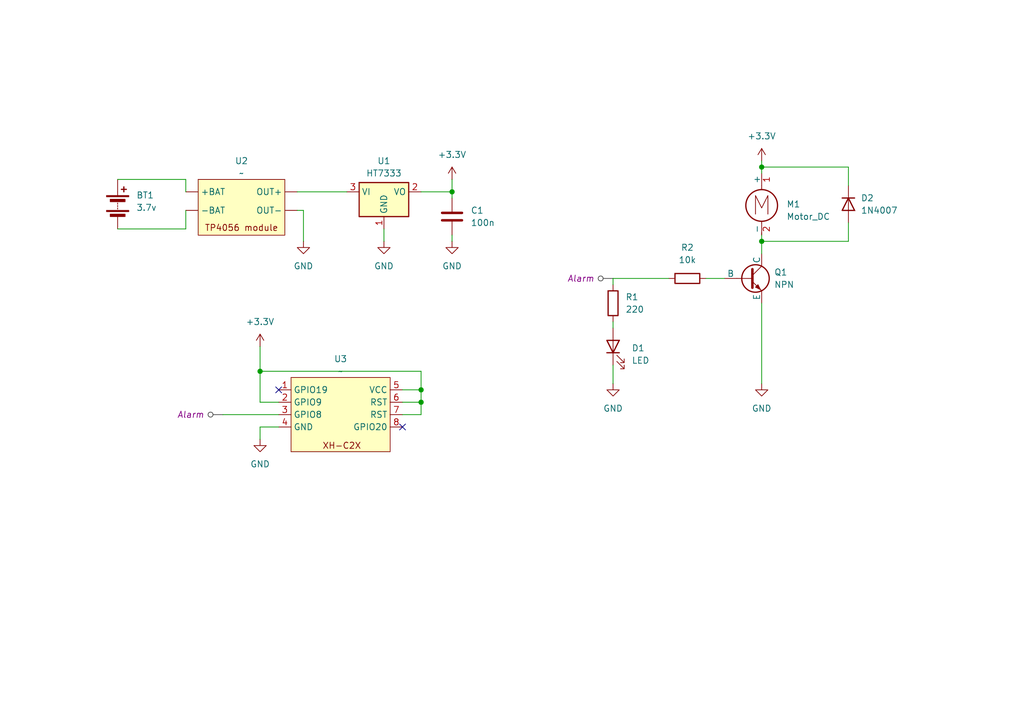
<source format=kicad_sch>
(kicad_sch (version 20231120) (generator "eeschema") (generator_version "8.0")
  (paper "A5")
  (title_block (title "GC Alarm") (date "2024-08-12") (rev "1") (company "gzalo"))
  (lib_symbols
    (symbol "Device:Battery" (pin_numbers hide) (pin_names (offset 0) hide)
      (property "Reference" "BT" (at 2.54 2.54 0))
      (property "Value" "Battery" (at 2.54 0 0))
      (symbol "Battery_0_1"
        (rectangle (start -2.286 -1.27) (end 2.286 -1.524) (fill (type outline)))
        (rectangle (start -2.286 1.778) (end 2.286 1.524) (fill (type outline)))
        (rectangle (start -1.524 -2.032) (end 1.524 -2.54) (fill (type outline)))
        (rectangle (start -1.524 1.016) (end 1.524 0.508) (fill (type outline)))
        (polyline (pts (xy 0 -1.016) (xy 0 -0.762)))
        (polyline (pts (xy 0 -0.508) (xy 0 -0.254)))
        (polyline (pts (xy 0 0) (xy 0 0.254)))
        (polyline (pts (xy 0 1.778) (xy 0 2.54)))
        (polyline (pts (xy 0.762 3.048) (xy 1.778 3.048)) (stroke (width 0.254)))
        (polyline (pts (xy 1.27 3.556) (xy 1.27 2.54)) (stroke (width 0.254)))
      )
      (symbol "Battery_1_1"
        (pin passive line (at 0 5.08 270) (length 2.54) (name "+") (number "1"))
        (pin passive line (at 0 -5.08 90) (length 2.54) (name "-") (number "2"))
      )
    )
    (symbol "Device:C" (pin_numbers hide) (pin_names (offset 0.254))
      (property "Reference" "C" (at 0.635 2.54 0))
      (property "Value" "C" (at 0.635 -2.54 0))
      (symbol "C_0_1"
        (polyline (pts (xy -2.032 -0.762) (xy 2.032 -0.762)) (stroke (width 0.508)))
        (polyline (pts (xy -2.032 0.762) (xy 2.032 0.762)) (stroke (width 0.508)))
      )
      (symbol "C_1_1"
        (pin passive line (at 0 3.81 270) (length 2.794) (name "~") (number "1"))
        (pin passive line (at 0 -3.81 90) (length 2.794) (name "~") (number "2"))
      )
    )
    (symbol "Device:LED" (pin_numbers hide) (pin_names (offset 1.016) hide)
      (property "Reference" "D" (at 0 2.54 0))
      (property "Value" "LED" (at 0 -2.54 0))
      (symbol "LED_0_1"
        (polyline (pts (xy -1.27 -1.27) (xy -1.27 1.27)) (stroke (width 0.254)))
        (polyline (pts (xy -1.27 0) (xy 1.27 0)))
        (polyline (pts (xy 1.27 -1.27) (xy 1.27 1.27) (xy -1.27 0) (xy 1.27 -1.27)) (stroke (width 0.254)))
        (polyline (pts (xy -3.048 -0.762) (xy -4.572 -2.286) (xy -3.81 -2.286) (xy -4.572 -2.286) (xy -4.572 -1.524)))
        (polyline (pts (xy -1.778 -0.762) (xy -3.302 -2.286) (xy -2.54 -2.286) (xy -3.302 -2.286) (xy -3.302 -1.524)))
      )
      (symbol "LED_1_1"
        (pin passive line (at -3.81 0 0) (length 2.54) (name "K") (number "1"))
        (pin passive line (at 3.81 0 180) (length 2.54) (name "A") (number "2"))
      )
    )
    (symbol "Device:R" (pin_numbers hide) (pin_names (offset 0))
      (property "Reference" "R" (at 2.032 0 90))
      (property "Value" "R" (at 0 0 90))
      (symbol "R_0_1"
        (rectangle (start -1.016 -2.54) (end 1.016 2.54) (stroke (width 0.254)))
      )
      (symbol "R_1_1"
        (pin passive line (at 0 3.81 270) (length 1.27) (name "~") (number "1"))
        (pin passive line (at 0 -3.81 90) (length 1.27) (name "~") (number "2"))
      )
    )
    (symbol "Diode:1N4007" (pin_numbers hide) (pin_names hide)
      (property "Reference" "D" (at 0 2.54 0))
      (property "Value" "1N4007" (at 0 -2.54 0))
      (symbol "1N4007_0_1"
        (polyline (pts (xy -1.27 1.27) (xy -1.27 -1.27)) (stroke (width 0.254)))
        (polyline (pts (xy 1.27 0) (xy -1.27 0)))
        (polyline (pts (xy 1.27 1.27) (xy 1.27 -1.27) (xy -1.27 0) (xy 1.27 1.27)) (stroke (width 0.254)))
      )
      (symbol "1N4007_1_1"
        (pin passive line (at -3.81 0 0) (length 2.54) (name "K") (number "1"))
        (pin passive line (at 3.81 0 180) (length 2.54) (name "A") (number "2"))
      )
    )
    (symbol "Motor:Motor_DC" (pin_names (offset 0))
      (property "Reference" "M" (at 2.54 2.54 0))
      (property "Value" "Motor_DC" (at 2.54 -5.08 0))
      (symbol "Motor_DC_0_0"
        (polyline (pts (xy -1.27 -3.302) (xy -1.27 0.508) (xy 0 -2.032) (xy 1.27 0.508) (xy 1.27 -3.302)))
      )
      (symbol "Motor_DC_0_1"
        (circle (center 0 -1.524) (radius 3.2512) (stroke (width 0.254)))
        (polyline (pts (xy 0 -7.62) (xy 0 -7.112)))
        (polyline (pts (xy 0 -4.7752) (xy 0 -5.1816)))
        (polyline (pts (xy 0 1.7272) (xy 0 2.0828)))
        (polyline (pts (xy 0 2.032) (xy 0 2.54)))
      )
      (symbol "Motor_DC_1_1"
        (pin passive line (at 0 5.08 270) (length 2.54) (name "+") (number "1"))
        (pin passive line (at 0 -7.62 90) (length 2.54) (name "-") (number "2"))
      )
    )
    (symbol "Regulator_Linear:LD1117S33TR_SOT223"
      (property "Reference" "U" (at -3.81 3.175 0))
      (property "Value" "LD1117S33TR_SOT223" (at 0 3.175 0))
      (symbol "LD1117S33TR_SOT223_0_1"
        (rectangle (start -5.08 -5.08) (end 5.08 1.905) (stroke (width 0.254)) (fill (type background)))
      )
      (symbol "LD1117S33TR_SOT223_1_1"
        (pin power_in line (at 0 -7.62 90) (length 2.54) (name "GND") (number "1"))
        (pin power_out line (at 7.62 0 180) (length 2.54) (name "VO") (number "2"))
        (pin power_in line (at -7.62 0 0) (length 2.54) (name "VI") (number "3"))
      )
    )
    (symbol "Simulation_SPICE:NPN" (pin_numbers hide) (pin_names (offset 0))
      (property "Reference" "Q" (at -2.54 7.62 0))
      (property "Value" "NPN" (at -2.54 5.08 0))
      (symbol "NPN_0_1"
        (polyline (pts (xy -2.54 0) (xy 0.635 0)) (stroke (width 0.1524)))
        (polyline (pts (xy 0.635 0.635) (xy 2.54 2.54)))
        (polyline (pts (xy 2.794 -1.27) (xy 2.794 -1.27)) (stroke (width 0.1524)))
        (polyline (pts (xy 2.794 -1.27) (xy 2.794 -1.27)) (stroke (width 0.1524)))
        (polyline (pts (xy 0.635 -0.635) (xy 2.54 -2.54) (xy 2.54 -2.54)))
        (polyline (pts (xy 0.635 1.905) (xy 0.635 -1.905) (xy 0.635 -1.905)) (stroke (width 0.508)))
        (polyline (pts (xy 1.27 -1.778) (xy 1.778 -1.27) (xy 2.286 -2.286) (xy 1.27 -1.778) (xy 1.27 -1.778)) (fill (type outline)))
        (circle (center 1.27 0) (radius 2.8194) (stroke (width 0.254)))
      )
      (symbol "NPN_1_1"
        (pin open_collector line (at 2.54 5.08 270) (length 2.54) (name "C") (number "1"))
        (pin input line (at -5.08 0 0) (length 2.54) (name "B") (number "2"))
        (pin open_emitter line (at 2.54 -5.08 90) (length 2.54) (name "E") (number "3"))
      )
    )
    (symbol "extra_symbols:TP4056"
      (property "Reference" "U" (at 0 1.27 0))
      (symbol "TP4056_1_1"
        (rectangle (start -8.89 0) (end 8.89 -11.43) (fill (type background)))
        (text "TP4056 module" (at 0 -9.906 0) (effects (font (size 1.27 1.27))))
        (pin power_in line (at -11.43 -2.54 0) (length 2.54) (name "+BAT") (number ""))
        (pin power_in line (at -11.43 -6.35 0) (length 2.54) (name "-BAT") (number ""))
        (pin power_out line (at 11.43 -2.54 180) (length 2.54) (name "OUT+") (number ""))
        (pin power_out line (at 11.43 -6.35 180) (length 2.54) (name "OUT-") (number ""))
      )
    )
    (symbol "extra_symbols:XH-C2X"
      (property "Reference" "U" (at 0 0 0))
      (symbol "XH-C2X_0_1"
        (rectangle (start -10.16 -1.27) (end 10.16 -16.51) (fill (type background)))
      )
      (symbol "XH-C2X_1_1"
        (text "XH-C2X" (at 0.254 -15.24 0) (effects (font (size 1.27 1.27))))
        (pin bidirectional line (at -12.7 -3.81 0) (length 2.54) (name "GPIO19") (number "1"))
        (pin bidirectional line (at -12.7 -6.35 0) (length 2.54) (name "GPIO9") (number "2"))
        (pin bidirectional line (at -12.7 -8.89 0) (length 2.54) (name "GPIO8") (number "3"))
        (pin power_in line (at -12.7 -11.43 0) (length 2.54) (name "GND") (number "4"))
        (pin power_in line (at 12.7 -3.81 180) (length 2.54) (name "VCC") (number "5"))
        (pin input line (at 12.7 -6.35 180) (length 2.54) (name "RST") (number "6"))
        (pin input line (at 12.7 -8.89 180) (length 2.54) (name "RST") (number "7"))
        (pin bidirectional line (at 12.7 -11.43 180) (length 2.54) (name "GPIO20") (number "8"))
      )
    )
    (symbol "power:+3.3V" (power) (pin_numbers hide) (pin_names (offset 0) hide)
      (property "Value" "+3.3V" (at 0 3.556 0))
      (symbol "+3.3V_0_1"
        (polyline (pts (xy -0.762 1.27) (xy 0 2.54)))
        (polyline (pts (xy 0 0) (xy 0 2.54)))
        (polyline (pts (xy 0 2.54) (xy 0.762 1.27)))
      )
      (symbol "+3.3V_1_1"
        (pin power_in line (at 0 0 90) (length 0) (name "~") (number "1"))
      )
    )
    (symbol "power:GND" (power) (pin_numbers hide) (pin_names (offset 0) hide)
      (property "Value" "GND" (at 0 -3.81 0))
      (symbol "GND_0_1"
        (polyline (pts (xy 0 0) (xy 0 -1.27) (xy 1.27 -1.27) (xy 0 -2.54) (xy -1.27 -1.27) (xy 0 -1.27)))
      )
      (symbol "GND_1_1"
        (pin power_in line (at 0 0 270) (length 0) (name "~") (number "1"))
      )
    )
  )
  (junction (at 156.21 49.53))
  (junction (at 53.34 76.2))
  (junction (at 86.36 80.01))
  (junction (at 92.71 39.37))
  (junction (at 156.21 34.29))
  (junction (at 86.36 82.55))
  (no_connect (at 57.15 80.01))
  (no_connect (at 82.55 87.63))
  (wire (pts (xy 125.73 57.15) (xy 137.16 57.15)))
  (wire (pts (xy 86.36 85.09) (xy 86.36 82.55)))
  (wire (pts (xy 53.34 76.2) (xy 53.34 82.55)))
  (wire (pts (xy 92.71 48.26) (xy 92.71 49.53)))
  (wire (pts (xy 125.73 66.04) (xy 125.73 67.31)))
  (wire (pts (xy 156.21 49.53) (xy 173.99 49.53)))
  (wire (pts (xy 86.36 80.01) (xy 86.36 76.2)))
  (wire (pts (xy 60.96 43.18) (xy 62.23 43.18)))
  (wire (pts (xy 156.21 49.53) (xy 156.21 52.07)))
  (wire (pts (xy 53.34 76.2) (xy 86.36 76.2)))
  (wire (pts (xy 38.1 46.99) (xy 38.1 43.18)))
  (wire (pts (xy 78.74 46.99) (xy 78.74 49.53)))
  (wire (pts (xy 156.21 34.29) (xy 156.21 35.56)))
  (wire (pts (xy 86.36 82.55) (xy 82.55 82.55)))
  (wire (pts (xy 156.21 62.23) (xy 156.21 78.74)))
  (wire (pts (xy 86.36 39.37) (xy 92.71 39.37)))
  (wire (pts (xy 173.99 45.72) (xy 173.99 49.53)))
  (wire (pts (xy 38.1 36.83) (xy 24.13 36.83)))
  (wire (pts (xy 173.99 34.29) (xy 156.21 34.29)))
  (wire (pts (xy 86.36 80.01) (xy 86.36 82.55)))
  (wire (pts (xy 62.23 43.18) (xy 62.23 49.53)))
  (wire (pts (xy 24.13 46.99) (xy 38.1 46.99)))
  (wire (pts (xy 53.34 90.17) (xy 53.34 87.63)))
  (wire (pts (xy 82.55 85.09) (xy 86.36 85.09)))
  (wire (pts (xy 92.71 36.83) (xy 92.71 39.37)))
  (wire (pts (xy 53.34 87.63) (xy 57.15 87.63)))
  (wire (pts (xy 60.96 39.37) (xy 71.12 39.37)))
  (wire (pts (xy 82.55 80.01) (xy 86.36 80.01)))
  (wire (pts (xy 156.21 33.02) (xy 156.21 34.29)))
  (wire (pts (xy 38.1 39.37) (xy 38.1 36.83)))
  (wire (pts (xy 156.21 48.26) (xy 156.21 49.53)))
  (wire (pts (xy 144.78 57.15) (xy 148.59 57.15)))
  (wire (pts (xy 92.71 39.37) (xy 92.71 40.64)))
  (wire (pts (xy 45.72 85.09) (xy 57.15 85.09)))
  (wire (pts (xy 125.73 58.42) (xy 125.73 57.15)))
  (wire (pts (xy 173.99 38.1) (xy 173.99 34.29)))
  (wire (pts (xy 53.34 71.12) (xy 53.34 76.2)))
  (wire (pts (xy 125.73 74.93) (xy 125.73 78.74)))
  (wire (pts (xy 53.34 82.55) (xy 57.15 82.55)))
  (netclass_flag "" (length 2.54) (shape round) (at 45.72 85.09 90) (property "Netclass" "Alarm" (at 36.322 85.09 0) (effects (font (italic yes)) (justify left))))
  (netclass_flag "" (length 2.54) (shape round) (at 125.73 57.15 90) (property "Netclass" "Alarm" (at 116.332 57.15 0) (effects (font (italic yes)) (justify left))))
  (symbol (lib_id "Diode:1N4007") (at 173.99 41.91 270) (unit 1)
    (property "Reference" "D2" (at 176.53 40.6399 90) (effects (justify left)))
    (property "Value" "1N4007" (at 176.53 43.1799 90) (effects (justify left)))
    (property "Footprint" "Diode_THT:D_DO-41_SOD81_P10.16mm_Horizontal" (effects (hide yes)))
    (property "Datasheet" "http://www.vishay.com/docs/88503/1n4001.pdf" (effects (hide yes)))
    (property "Description" "1000V 1A General Purpose Rectifier Diode, DO-41" (effects (hide yes)))
    (property "Sim.Device" "D" (effects (hide yes)))
    (property "Sim.Pins" "1=K 2=A" (effects (hide yes)))
  )
  (symbol (lib_id "extra_symbols:XH-C2X") (at 69.85 76.2 0) (unit 1)
    (property "Reference" "U3" (at 69.85 73.66 0))
    (property "Value" "~" (at 69.85 76.2 0))
  )
  (symbol (lib_id "Device:C") (at 92.71 44.45 0) (unit 1)
    (property "Reference" "C1" (at 96.52 43.1799 0) (effects (justify left)))
    (property "Value" "100n" (at 96.52 45.7199 0) (effects (justify left)))
    (property "Description" "Unpolarized capacitor" (effects (hide yes)))
  )
  (symbol (lib_id "power:+3.3V") (at 53.34 71.12 0) (unit 1)
    (property "Reference" "#PWR08" (effects (hide yes)))
    (property "Value" "+3.3V" (at 53.34 66.04 0))
    (property "Description" "Power symbol creates a global label with name \"+3.3V\"" (effects (hide yes)))
  )
  (symbol (lib_id "extra_symbols:TP4056") (at 49.53 36.83 0) (unit 1)
    (property "Reference" "U2" (at 49.53 33.02 0))
    (property "Value" "~" (at 49.53 35.56 0))
  )
  (symbol (lib_id "power:GND") (at 125.73 78.74 0) (unit 1)
    (property "Reference" "#PWR01" (effects (hide yes)))
    (property "Value" "GND" (at 125.73 83.82 0))
    (property "Description" "Power symbol creates a global label with name \"GND\" , ground" (effects (hide yes)))
  )
  (symbol (lib_id "power:GND") (at 53.34 90.17 0) (unit 1)
    (property "Reference" "#PWR09" (effects (hide yes)))
    (property "Value" "GND" (at 53.34 95.25 0))
    (property "Description" "Power symbol creates a global label with name \"GND\" , ground" (effects (hide yes)))
  )
  (symbol (lib_id "power:GND") (at 156.21 78.74 0) (unit 1)
    (property "Reference" "#PWR02" (effects (hide yes)))
    (property "Value" "GND" (at 156.21 83.82 0))
    (property "Description" "Power symbol creates a global label with name \"GND\" , ground" (effects (hide yes)))
  )
  (symbol (lib_id "power:GND") (at 62.23 49.53 0) (unit 1)
    (property "Reference" "#PWR07" (effects (hide yes)))
    (property "Value" "GND" (at 62.23 54.61 0))
    (property "Description" "Power symbol creates a global label with name \"GND\" , ground" (effects (hide yes)))
  )
  (symbol (lib_id "Device:R") (at 140.97 57.15 90) (unit 1)
    (property "Reference" "R2" (at 140.97 50.8 90))
    (property "Value" "10k" (at 140.97 53.34 90))
    (property "Description" "Resistor" (effects (hide yes)))
  )
  (symbol (lib_id "Motor:Motor_DC") (at 156.21 40.64 0) (unit 1)
    (property "Reference" "M1" (at 161.29 41.9099 0) (effects (justify left)))
    (property "Value" "Motor_DC" (at 161.29 44.4499 0) (effects (justify left)))
    (property "Description" "DC Motor" (effects (hide yes)))
  )
  (symbol (lib_id "power:GND") (at 78.74 49.53 0) (unit 1)
    (property "Reference" "#PWR04" (effects (hide yes)))
    (property "Value" "GND" (at 78.74 54.61 0))
    (property "Description" "Power symbol creates a global label with name \"GND\" , ground" (effects (hide yes)))
  )
  (symbol (lib_id "Regulator_Linear:LD1117S33TR_SOT223") (at 78.74 39.37 0) (unit 1)
    (property "Reference" "U1" (at 78.74 33.02 0))
    (property "Value" "HT7333" (at 78.74 35.56 0))
    (property "Footprint" "Package_TO_SOT_SMD:SOT-223-3_TabPin2" (effects (hide yes)))
    (property "Datasheet" "http://www.st.com/st-web-ui/static/active/en/resource/technical/document/datasheet/CD00000544.pdf" (effects (hide yes)))
    (property "Description" "800mA Fixed Low Drop Positive Voltage Regulator, Fixed Output 3.3V, SOT-223" (effects (hide yes)))
  )
  (symbol (lib_id "power:+3.3V") (at 156.21 33.02 0) (unit 1)
    (property "Reference" "#PWR03" (effects (hide yes)))
    (property "Value" "+3.3V" (at 156.21 27.94 0))
    (property "Description" "Power symbol creates a global label with name \"+3.3V\"" (effects (hide yes)))
  )
  (symbol (lib_id "Device:Battery") (at 24.13 41.91 0) (unit 1)
    (property "Reference" "BT1" (at 27.94 40.0684 0) (effects (justify left)))
    (property "Value" "3.7v" (at 27.94 42.6084 0) (effects (justify left)))
    (property "Description" "Multiple-cell battery" (effects (hide yes)))
  )
  (symbol (lib_id "power:+3.3V") (at 92.71 36.83 0) (unit 1)
    (property "Reference" "#PWR06" (effects (hide yes)))
    (property "Value" "+3.3V" (at 92.71 31.75 0))
    (property "Description" "Power symbol creates a global label with name \"+3.3V\"" (effects (hide yes)))
  )
  (symbol (lib_id "Device:R") (at 125.73 62.23 0) (unit 1)
    (property "Reference" "R1" (at 128.27 60.9599 0) (effects (justify left)))
    (property "Value" "220" (at 128.27 63.4999 0) (effects (justify left)))
    (property "Description" "Resistor" (effects (hide yes)))
  )
  (symbol (lib_id "Simulation_SPICE:NPN") (at 153.67 57.15 0) (unit 1)
    (property "Reference" "Q1" (at 158.75 55.8799 0) (effects (justify left)))
    (property "Value" "NPN" (at 158.75 58.4199 0) (effects (justify left)))
    (property "Datasheet" "https://ngspice.sourceforge.io/docs/ngspice-html-manual/manual.xhtml#cha_BJTs" (effects (hide yes)))
    (property "Description" "Bipolar transistor symbol for simulation only, substrate tied to the emitter" (effects (hide yes)))
    (property "Sim.Device" "NPN" (effects (hide yes)))
    (property "Sim.Type" "GUMMELPOON" (effects (hide yes)))
    (property "Sim.Pins" "1=C 2=B 3=E" (effects (hide yes)))
  )
  (symbol (lib_id "Device:LED") (at 125.73 71.12 90) (unit 1)
    (property "Reference" "D1" (at 129.54 71.4374 90) (effects (justify right)))
    (property "Value" "LED" (at 129.54 73.9774 90) (effects (justify right)))
    (property "Description" "Light emitting diode" (effects (hide yes)))
  )
  (symbol (lib_id "power:GND") (at 92.71 49.53 0) (unit 1)
    (property "Reference" "#PWR05" (effects (hide yes)))
    (property "Value" "GND" (at 92.71 54.61 0))
    (property "Description" "Power symbol creates a global label with name \"GND\" , ground" (effects (hide yes)))
  )
)
</source>
